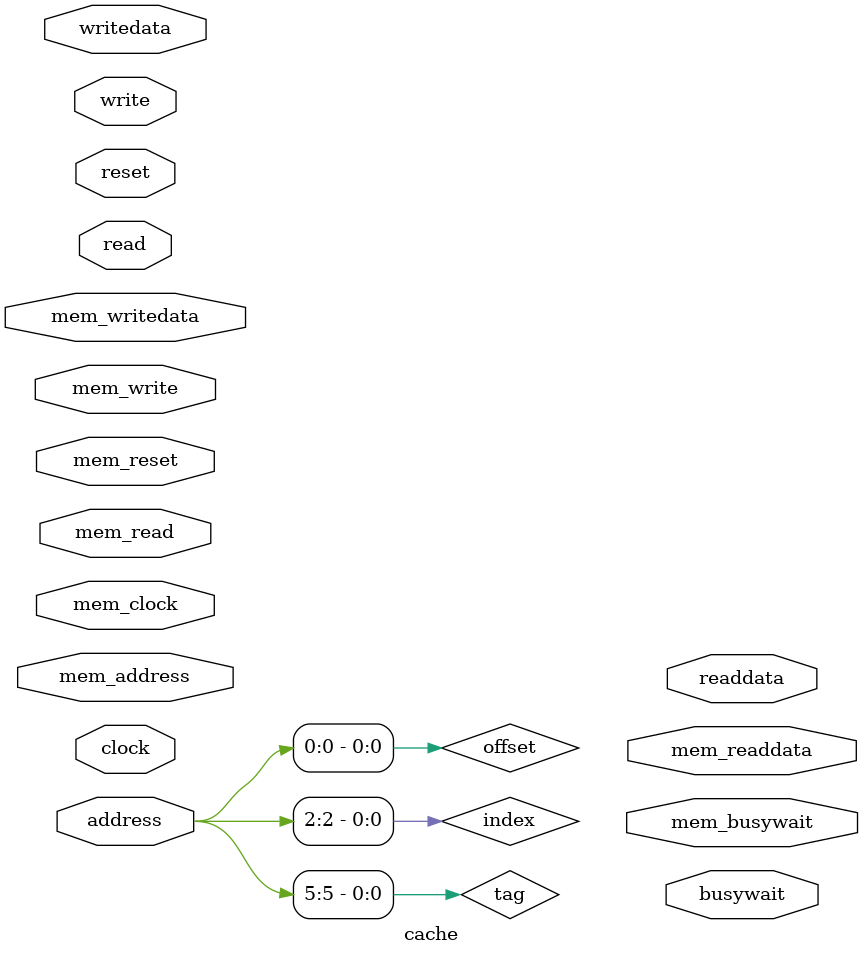
<source format=v>
module cache(
	clock,
    reset,
    read,
    write,
    address,
    writedata,
    readdata,
    busywait,
	mem_clock,
    mem_reset,
    mem_read,
    mem_write,
    mem_address,
    mem_writedata,
    mem_readdata,
    mem_busywait
);

input				clock;
input           	reset;
input           	read;
input           	write;
input[7:0]      	address;
input[31:0]     	writedata;
output reg [31:0]	readdata;
output reg      	busywait;

input				mem_clock;
input           	mem_reset;
input           	mem_read;
input           	mem_write;
input[7:0]      	mem_address;
input[31:0]     	mem_writedata;
output reg [31:0]	mem_readdata;
output reg      	mem_busywait;

wire tag;
wire index;
wire offset;

assign tag = address[7:5];
assign index = address[4:2];
assign offset = address[1:0];

endmodule
</source>
